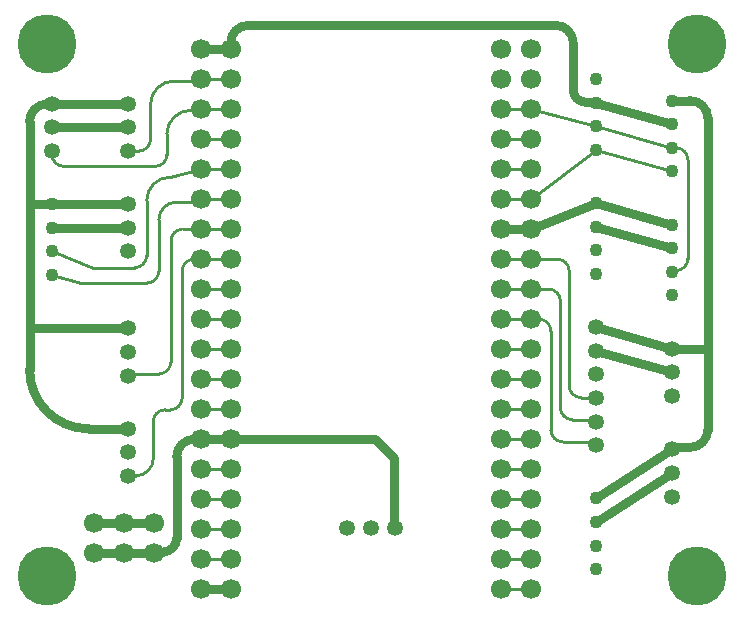
<source format=gbr>
G04 DesignSpark PCB Gerber Version 10.0 Build 5299*
G04 #@! TF.Part,Single*
G04 #@! TF.FileFunction,Copper,L1,Top*
G04 #@! TF.FilePolarity,Positive*
%FSLAX35Y35*%
%MOIN*%
%ADD11C,0.01000*%
%ADD28C,0.03150*%
G04 #@! TA.AperFunction,ComponentPad*
%ADD73C,0.04331*%
%ADD74C,0.05315*%
G04 #@! TA.AperFunction,WasherPad*
%ADD72C,0.06693*%
%ADD29C,0.19685*%
G04 #@! TD.AperFunction*
X0Y0D02*
D02*
D11*
X12017Y152608D02*
Y151427D01*
G75*
G03*
X15954Y147490I3937J0D01*
G01*
X46387D01*
G75*
G03*
X50324Y151427I0J3937D01*
G01*
Y158317D01*
G75*
G02*
X58198Y166191I7874J0D01*
G01*
X61151D01*
X61545Y166584D01*
X37214Y44301D02*
X37254Y44340D01*
X39891D01*
G75*
G03*
X45797Y50246I0J5906D01*
G01*
Y62450D01*
G75*
G02*
X49734Y66387I3937J0D01*
G01*
X51466D01*
G75*
G03*
X55403Y70324I0J3937D01*
G01*
Y112647D01*
G75*
G02*
X59340Y116584I3937J0D01*
G01*
X61545D01*
X37214Y152608D02*
X40915D01*
G75*
G03*
X44852Y156545I0J3937D01*
G01*
Y168120D01*
G75*
G02*
X52726Y175994I7874J0D01*
G01*
X60954D01*
X61545Y176584D01*
Y16584D02*
X71545D01*
X61545Y26584D02*
X71545D01*
X61545Y36584D02*
X71545D01*
X61545Y46584D02*
X71545D01*
X61545Y66584D02*
X71545D01*
X61545Y76584D02*
X71545D01*
X61545Y86584D02*
X71545D01*
X61545Y96584D02*
X71545D01*
X61545Y106584D02*
X71545D01*
X61545Y126584D02*
X55600D01*
G75*
G03*
X51663Y122647I0J-3937D01*
G01*
Y82293D01*
G75*
G02*
X47726Y78356I-3937J0D01*
G01*
X37805D01*
X37214Y77765D01*
X61545Y126584D02*
X71545D01*
X61545Y136584D02*
X71545D01*
X61545D02*
X60561Y135600D01*
X53513D01*
G75*
G03*
X47608Y129694I0J-5906D01*
G01*
Y112569D01*
G75*
G02*
X43671Y108631I-3937J0D01*
G01*
X21545D01*
X12017Y111309D01*
X61545Y146584D02*
X66545D01*
X71545D01*
X61545D02*
X51427Y143946D01*
G75*
G03*
X43553Y136072I0J-7874D01*
G01*
Y117687D01*
G75*
G02*
X39616Y113750I-3937J0D01*
G01*
X25639D01*
X12017Y119183D01*
X61545Y156584D02*
X71545D01*
X61545Y166584D02*
X71545D01*
X61545Y176584D02*
X71545D01*
Y116584D02*
X61545D01*
X161545Y16584D02*
X171545D01*
X161545Y36584D02*
X171545D01*
X161545Y56584D02*
X171545D01*
X161545Y76584D02*
X171545D01*
X161545Y96584D02*
X171545D01*
X161545Y116584D02*
X171545D01*
X161545Y136584D02*
X171545D01*
X161545Y146584D02*
X171545D01*
X161545Y156584D02*
X171545D01*
X161545Y166584D02*
X166545D01*
X171545D01*
Y6584D02*
X161545D01*
X171545Y26584D02*
X161545D01*
X171545Y46584D02*
X161545D01*
X171545Y66584D02*
X161545D01*
X171545Y86584D02*
X161545D01*
X171545Y96584D02*
X174380D01*
G75*
G02*
X178317Y92647I0J-3937D01*
G01*
Y59655D01*
G75*
G03*
X182254Y55718I3937J0D01*
G01*
X192372D01*
X193513Y54576D01*
X171545Y106584D02*
X177569D01*
G75*
G02*
X181506Y102647I0J-3937D01*
G01*
Y67057D01*
G75*
G03*
X185443Y63120I3937J0D01*
G01*
X192017D01*
X192687Y62450D01*
X193513D01*
X171545Y106584D02*
X161545D01*
X171545Y116584D02*
X180482D01*
G75*
G02*
X184419Y112647I0J-3937D01*
G01*
Y74380D01*
G75*
G03*
X188356Y70443I3937J0D01*
G01*
X193395D01*
X193513Y70324D01*
X171545Y136584D02*
X193513Y153002D01*
X171545Y166584D02*
X193513Y160876D01*
Y153002D02*
X218710Y145836D01*
X193513Y160876D02*
X218710Y153710D01*
X220009D01*
G75*
G02*
X223946Y149773I0J-3937D01*
G01*
Y116702D01*
G75*
G02*
X220009Y112765I-3937J0D01*
G01*
X219104D01*
X218710Y112372D01*
D02*
D28*
X4537Y134931D02*
Y93513D01*
X12017Y127057D02*
X37214D01*
X12017Y134931D02*
X4537D01*
X12017Y160482D02*
X37214D01*
X12017Y168356D02*
X10443D01*
G75*
G03*
X4537Y162450I0J-5906D01*
G01*
Y134931D01*
X25994Y18789D02*
X35994D01*
X45994D01*
X35994Y28789D02*
X25994D01*
X37214Y60049D02*
X24222D01*
G75*
G02*
X4537Y79734I0J19685D01*
G01*
Y93513D01*
X37214D02*
X4537D01*
X37214Y134931D02*
X12017D01*
X37214Y168356D02*
X12017D01*
X45994Y28789D02*
X35994D01*
X61545Y6584D02*
X71545D01*
X61545Y56584D02*
X59458D01*
G75*
G03*
X53553Y50679I0J-5906D01*
G01*
Y23553D01*
G75*
G02*
X48986Y18986I-4567J0D01*
G01*
X46191D01*
X45994Y18789D01*
X61545Y186584D02*
X71545D01*
Y56584D02*
X119616D01*
X125954Y50246D01*
Y27135D01*
X126269Y26820D01*
X71545Y56584D02*
X66545D01*
X61545D01*
X71545Y186584D02*
Y188631D01*
G75*
G02*
X77450Y194537I5906J0D01*
G01*
X179891D01*
G75*
G02*
X185797Y188631I0J-5906D01*
G01*
Y172923D01*
G75*
G03*
X189734Y168986I3937J0D01*
G01*
X193277D01*
X193513Y168750D01*
X161545Y126584D02*
X166545D01*
X171545D01*
X193513Y135285D01*
Y28946D02*
X218710Y45285D01*
X193513Y36820D02*
X218710Y53159D01*
X193513Y86072D02*
X218710Y78907D01*
X193513Y93946D02*
X218710Y86781D01*
X193513Y127411D02*
X218710Y120246D01*
X193513Y135285D02*
X218710Y128120D01*
X193513Y168750D02*
X218710Y161584D01*
Y169458D02*
X224734D01*
G75*
G02*
X230639Y163553I0J-5906D01*
G01*
Y86820D01*
Y59734D01*
G75*
G02*
X224734Y53828I-5906J0D01*
G01*
X219734D01*
X219065Y53159D01*
X218710D01*
X230639Y86820D02*
Y86781D01*
X218710D01*
D02*
D29*
X10443Y11072D03*
Y188238D03*
X226978Y11072D03*
Y188238D03*
D02*
D72*
X25994Y18789D03*
Y28789D03*
X35994Y18789D03*
Y28789D03*
X45994Y18789D03*
Y28789D03*
X61545Y6584D03*
Y16584D03*
Y26584D03*
Y36584D03*
Y46584D03*
Y56584D03*
Y66584D03*
Y76584D03*
Y86584D03*
Y96584D03*
Y106584D03*
Y116584D03*
Y126584D03*
Y136584D03*
Y146584D03*
Y156584D03*
Y166584D03*
Y176584D03*
Y186584D03*
X71545Y6584D03*
Y16584D03*
Y26584D03*
Y36584D03*
Y46584D03*
Y56584D03*
Y66584D03*
Y76584D03*
Y86584D03*
Y96584D03*
Y106584D03*
Y116584D03*
Y126584D03*
Y136584D03*
Y146584D03*
Y156584D03*
Y166584D03*
Y176584D03*
Y186584D03*
X161545Y6584D03*
Y16584D03*
Y26584D03*
Y36584D03*
Y46584D03*
Y56584D03*
Y66584D03*
Y76584D03*
Y86584D03*
Y96584D03*
Y106584D03*
Y116584D03*
Y126584D03*
Y136584D03*
Y146584D03*
Y156584D03*
Y166584D03*
Y176584D03*
Y186584D03*
X171545Y6584D03*
Y16584D03*
Y26584D03*
Y36584D03*
Y46584D03*
Y56584D03*
Y66584D03*
Y76584D03*
Y86584D03*
Y96584D03*
Y106584D03*
Y116584D03*
Y126584D03*
Y136584D03*
Y146584D03*
Y156584D03*
Y166584D03*
Y176584D03*
Y186584D03*
D02*
D73*
X12017Y111309D03*
Y119183D03*
Y127057D03*
Y134931D03*
X193513Y13198D03*
Y21072D03*
Y28946D03*
Y36820D03*
Y111663D03*
Y119537D03*
Y127411D03*
Y135285D03*
Y153002D03*
Y160876D03*
Y168750D03*
Y176624D03*
X218710Y104498D03*
Y112372D03*
Y120246D03*
Y128120D03*
Y145836D03*
Y153710D03*
Y161584D03*
Y169458D03*
D02*
D74*
X12017Y152608D03*
Y160482D03*
Y168356D03*
X37214Y44301D03*
Y52175D03*
Y60049D03*
Y77765D03*
Y85639D03*
Y93513D03*
Y119183D03*
Y127057D03*
Y134931D03*
Y152608D03*
Y160482D03*
Y168356D03*
X110521Y26820D03*
X118395D03*
X126269D03*
X193513Y54576D03*
Y62450D03*
Y70324D03*
Y78198D03*
Y86072D03*
Y93946D03*
X218710Y37411D03*
Y45285D03*
Y53159D03*
Y71033D03*
Y78907D03*
Y86781D03*
X0Y0D02*
M02*

</source>
